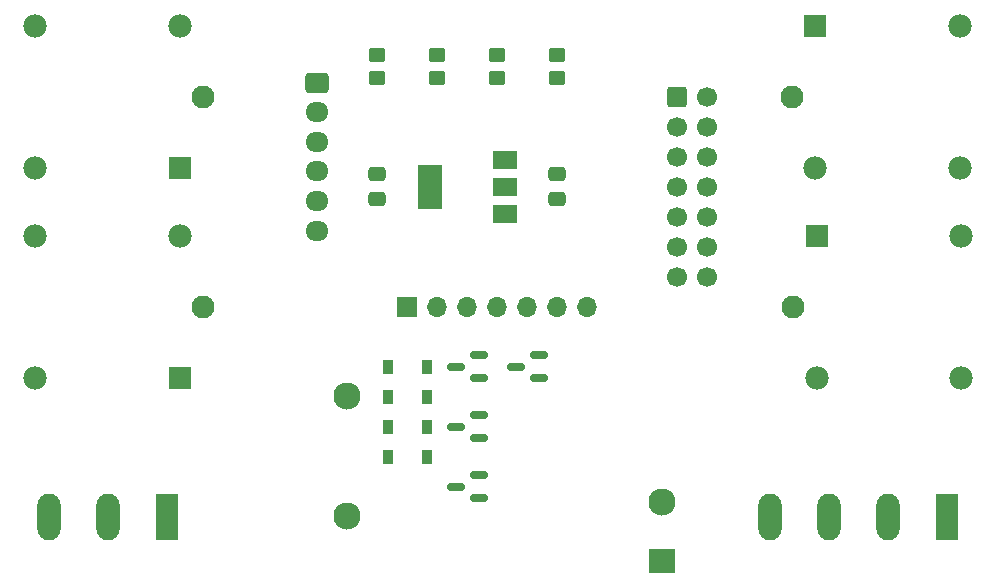
<source format=gbr>
%TF.GenerationSoftware,KiCad,Pcbnew,(6.0.4)*%
%TF.CreationDate,2022-04-23T22:51:50+05:30*%
%TF.ProjectId,esp32 switch,65737033-3220-4737-9769-7463682e6b69,rev?*%
%TF.SameCoordinates,Original*%
%TF.FileFunction,Soldermask,Bot*%
%TF.FilePolarity,Negative*%
%FSLAX46Y46*%
G04 Gerber Fmt 4.6, Leading zero omitted, Abs format (unit mm)*
G04 Created by KiCad (PCBNEW (6.0.4)) date 2022-04-23 22:51:50*
%MOMM*%
%LPD*%
G01*
G04 APERTURE LIST*
G04 Aperture macros list*
%AMRoundRect*
0 Rectangle with rounded corners*
0 $1 Rounding radius*
0 $2 $3 $4 $5 $6 $7 $8 $9 X,Y pos of 4 corners*
0 Add a 4 corners polygon primitive as box body*
4,1,4,$2,$3,$4,$5,$6,$7,$8,$9,$2,$3,0*
0 Add four circle primitives for the rounded corners*
1,1,$1+$1,$2,$3*
1,1,$1+$1,$4,$5*
1,1,$1+$1,$6,$7*
1,1,$1+$1,$8,$9*
0 Add four rect primitives between the rounded corners*
20,1,$1+$1,$2,$3,$4,$5,0*
20,1,$1+$1,$4,$5,$6,$7,0*
20,1,$1+$1,$6,$7,$8,$9,0*
20,1,$1+$1,$8,$9,$2,$3,0*%
G04 Aperture macros list end*
%ADD10R,0.900000X1.200000*%
%ADD11RoundRect,0.250000X-0.600000X-0.600000X0.600000X-0.600000X0.600000X0.600000X-0.600000X0.600000X0*%
%ADD12C,1.700000*%
%ADD13R,2.300000X2.000000*%
%ADD14C,2.300000*%
%ADD15R,1.980000X1.980000*%
%ADD16C,1.980000*%
%ADD17C,1.935000*%
%ADD18R,1.700000X1.700000*%
%ADD19O,1.700000X1.700000*%
%ADD20R,1.980000X3.960000*%
%ADD21O,1.980000X3.960000*%
%ADD22RoundRect,0.250000X-0.725000X0.600000X-0.725000X-0.600000X0.725000X-0.600000X0.725000X0.600000X0*%
%ADD23O,1.950000X1.700000*%
%ADD24RoundRect,0.150000X0.587500X0.150000X-0.587500X0.150000X-0.587500X-0.150000X0.587500X-0.150000X0*%
%ADD25R,2.000000X1.500000*%
%ADD26R,2.000000X3.800000*%
%ADD27RoundRect,0.250000X0.475000X-0.337500X0.475000X0.337500X-0.475000X0.337500X-0.475000X-0.337500X0*%
%ADD28RoundRect,0.250000X-0.450000X0.350000X-0.450000X-0.350000X0.450000X-0.350000X0.450000X0.350000X0*%
%ADD29RoundRect,0.250000X-0.475000X0.337500X-0.475000X-0.337500X0.475000X-0.337500X0.475000X0.337500X0*%
G04 APERTURE END LIST*
D10*
%TO.C,D1*%
X126110000Y-86360000D03*
X122810000Y-86360000D03*
%TD*%
%TO.C,D2*%
X126110000Y-88900000D03*
X122810000Y-88900000D03*
%TD*%
D11*
%TO.C,J3*%
X147320000Y-63500000D03*
D12*
X149860000Y-63500000D03*
X147320000Y-66040000D03*
X149860000Y-66040000D03*
X147320000Y-68580000D03*
X149860000Y-68580000D03*
X147320000Y-71120000D03*
X149860000Y-71120000D03*
X147320000Y-73660000D03*
X149860000Y-73660000D03*
X147320000Y-76200000D03*
X149860000Y-76200000D03*
X147320000Y-78740000D03*
X149860000Y-78740000D03*
%TD*%
D13*
%TO.C,PS1*%
X146050000Y-102830000D03*
D14*
X146050000Y-97830000D03*
X119380000Y-99020000D03*
X119380000Y-88820000D03*
%TD*%
D15*
%TO.C,K3*%
X105160000Y-69500000D03*
D16*
X105160000Y-57500000D03*
D17*
X107160000Y-63500000D03*
D16*
X92960000Y-69500000D03*
X92960000Y-57500000D03*
%TD*%
D18*
%TO.C,J6*%
X124460000Y-81280000D03*
D19*
X127000000Y-81280000D03*
X129540000Y-81280000D03*
X132080000Y-81280000D03*
X134620000Y-81280000D03*
X137160000Y-81280000D03*
X139700000Y-81280000D03*
%TD*%
D15*
%TO.C,K4*%
X105160000Y-87280000D03*
D16*
X105160000Y-75280000D03*
D17*
X107160000Y-81280000D03*
D16*
X92960000Y-87280000D03*
X92960000Y-75280000D03*
%TD*%
D15*
%TO.C,K1*%
X159140000Y-75280000D03*
D16*
X159140000Y-87280000D03*
D17*
X157140000Y-81280000D03*
D16*
X171340000Y-75280000D03*
X171340000Y-87280000D03*
%TD*%
D15*
%TO.C,K2*%
X159000000Y-57500000D03*
D16*
X159000000Y-69500000D03*
D17*
X157000000Y-63500000D03*
D16*
X171200000Y-57500000D03*
X171200000Y-69500000D03*
%TD*%
D20*
%TO.C,J1*%
X170180000Y-99060000D03*
D21*
X165180000Y-99060000D03*
X160180000Y-99060000D03*
X155180000Y-99060000D03*
%TD*%
D20*
%TO.C,J2*%
X104140000Y-99060000D03*
D21*
X99140000Y-99060000D03*
X94140000Y-99060000D03*
%TD*%
D22*
%TO.C,J5*%
X116840000Y-62330000D03*
D23*
X116840000Y-64830000D03*
X116840000Y-67330000D03*
X116840000Y-69830000D03*
X116840000Y-72330000D03*
X116840000Y-74830000D03*
%TD*%
D24*
%TO.C,Q3*%
X130477500Y-95570000D03*
X130477500Y-97470000D03*
X128602500Y-96520000D03*
%TD*%
D25*
%TO.C,U1*%
X132690000Y-68820000D03*
X132690000Y-71120000D03*
D26*
X126390000Y-71120000D03*
D25*
X132690000Y-73420000D03*
%TD*%
D24*
%TO.C,Q4*%
X135557500Y-85410000D03*
X135557500Y-87310000D03*
X133682500Y-86360000D03*
%TD*%
%TO.C,Q2*%
X130477500Y-90490000D03*
X130477500Y-92390000D03*
X128602500Y-91440000D03*
%TD*%
D27*
%TO.C,C2*%
X137160000Y-72157500D03*
X137160000Y-70082500D03*
%TD*%
D10*
%TO.C,D4*%
X126110000Y-93980000D03*
X122810000Y-93980000D03*
%TD*%
D24*
%TO.C,Q1*%
X130477500Y-85410000D03*
X130477500Y-87310000D03*
X128602500Y-86360000D03*
%TD*%
D10*
%TO.C,D3*%
X126110000Y-91440000D03*
X122810000Y-91440000D03*
%TD*%
D28*
%TO.C,R4*%
X137160000Y-59960000D03*
X137160000Y-61960000D03*
%TD*%
%TO.C,R3*%
X132080000Y-59960000D03*
X132080000Y-61960000D03*
%TD*%
D29*
%TO.C,C1*%
X121920000Y-70082500D03*
X121920000Y-72157500D03*
%TD*%
D28*
%TO.C,R2*%
X127000000Y-59960000D03*
X127000000Y-61960000D03*
%TD*%
%TO.C,R1*%
X121920000Y-59960000D03*
X121920000Y-61960000D03*
%TD*%
M02*

</source>
